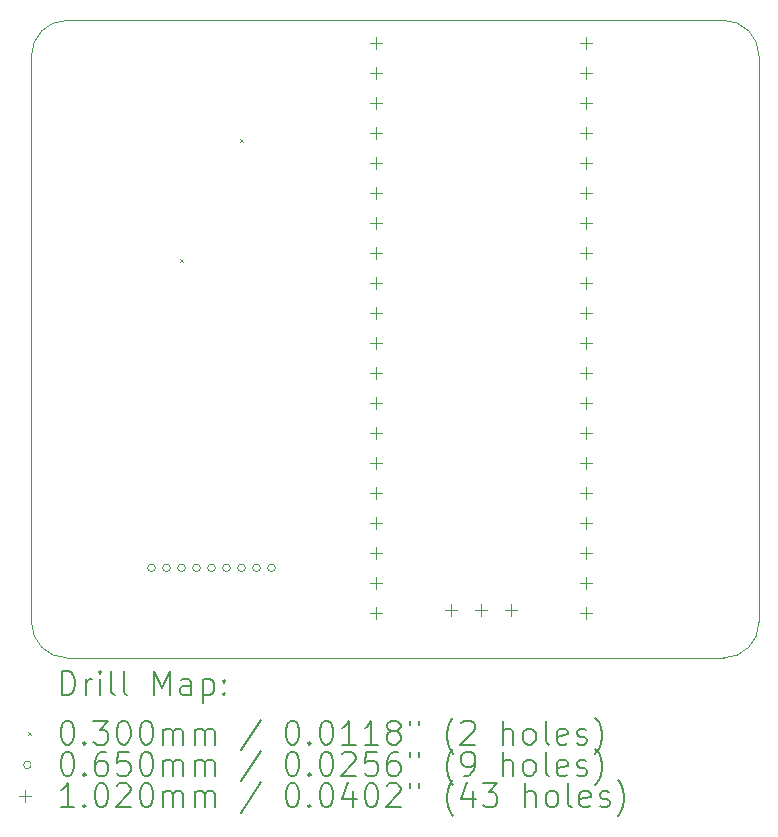
<source format=gbr>
%TF.GenerationSoftware,KiCad,Pcbnew,8.0.3-8.0.3-0~ubuntu22.04.1*%
%TF.CreationDate,2025-12-31T16:49:37+00:00*%
%TF.ProjectId,pixelpusher,70697865-6c70-4757-9368-65722e6b6963,rev?*%
%TF.SameCoordinates,Original*%
%TF.FileFunction,Drillmap*%
%TF.FilePolarity,Positive*%
%FSLAX45Y45*%
G04 Gerber Fmt 4.5, Leading zero omitted, Abs format (unit mm)*
G04 Created by KiCad (PCBNEW 8.0.3-8.0.3-0~ubuntu22.04.1) date 2025-12-31 16:49:37*
%MOMM*%
%LPD*%
G01*
G04 APERTURE LIST*
%ADD10C,0.050000*%
%ADD11C,0.200000*%
%ADD12C,0.100000*%
%ADD13C,0.102000*%
G04 APERTURE END LIST*
D10*
X13381000Y-8445500D02*
X18940500Y-8445500D01*
X18940500Y-8445500D02*
G75*
G02*
X19240500Y-8745500I0J-300000D01*
G01*
X13381000Y-13843000D02*
G75*
G02*
X13081000Y-13543000I0J300000D01*
G01*
X13081000Y-13543000D02*
X13081000Y-8745500D01*
X19240500Y-13543000D02*
G75*
G02*
X18940500Y-13843000I-300000J0D01*
G01*
X18940500Y-13843000D02*
X13381000Y-13843000D01*
X19240500Y-8745500D02*
X19240500Y-13543000D01*
X13081000Y-8745500D02*
G75*
G02*
X13381000Y-8445500I300000J0D01*
G01*
D11*
D12*
X14336000Y-10462500D02*
X14366000Y-10492500D01*
X14366000Y-10462500D02*
X14336000Y-10492500D01*
X14844000Y-9446500D02*
X14874000Y-9476500D01*
X14874000Y-9446500D02*
X14844000Y-9476500D01*
X14129500Y-13081000D02*
G75*
G02*
X14064500Y-13081000I-32500J0D01*
G01*
X14064500Y-13081000D02*
G75*
G02*
X14129500Y-13081000I32500J0D01*
G01*
X14256500Y-13081000D02*
G75*
G02*
X14191500Y-13081000I-32500J0D01*
G01*
X14191500Y-13081000D02*
G75*
G02*
X14256500Y-13081000I32500J0D01*
G01*
X14383500Y-13081000D02*
G75*
G02*
X14318500Y-13081000I-32500J0D01*
G01*
X14318500Y-13081000D02*
G75*
G02*
X14383500Y-13081000I32500J0D01*
G01*
X14510500Y-13081000D02*
G75*
G02*
X14445500Y-13081000I-32500J0D01*
G01*
X14445500Y-13081000D02*
G75*
G02*
X14510500Y-13081000I32500J0D01*
G01*
X14637500Y-13081000D02*
G75*
G02*
X14572500Y-13081000I-32500J0D01*
G01*
X14572500Y-13081000D02*
G75*
G02*
X14637500Y-13081000I32500J0D01*
G01*
X14764500Y-13081000D02*
G75*
G02*
X14699500Y-13081000I-32500J0D01*
G01*
X14699500Y-13081000D02*
G75*
G02*
X14764500Y-13081000I32500J0D01*
G01*
X14891500Y-13081000D02*
G75*
G02*
X14826500Y-13081000I-32500J0D01*
G01*
X14826500Y-13081000D02*
G75*
G02*
X14891500Y-13081000I32500J0D01*
G01*
X15018500Y-13081000D02*
G75*
G02*
X14953500Y-13081000I-32500J0D01*
G01*
X14953500Y-13081000D02*
G75*
G02*
X15018500Y-13081000I32500J0D01*
G01*
X15145500Y-13081000D02*
G75*
G02*
X15080500Y-13081000I-32500J0D01*
G01*
X15080500Y-13081000D02*
G75*
G02*
X15145500Y-13081000I32500J0D01*
G01*
D13*
X16002000Y-8585000D02*
X16002000Y-8687000D01*
X15951000Y-8636000D02*
X16053000Y-8636000D01*
X16002000Y-8839000D02*
X16002000Y-8941000D01*
X15951000Y-8890000D02*
X16053000Y-8890000D01*
X16002000Y-9093000D02*
X16002000Y-9195000D01*
X15951000Y-9144000D02*
X16053000Y-9144000D01*
X16002000Y-9347000D02*
X16002000Y-9449000D01*
X15951000Y-9398000D02*
X16053000Y-9398000D01*
X16002000Y-9601000D02*
X16002000Y-9703000D01*
X15951000Y-9652000D02*
X16053000Y-9652000D01*
X16002000Y-9855000D02*
X16002000Y-9957000D01*
X15951000Y-9906000D02*
X16053000Y-9906000D01*
X16002000Y-10109000D02*
X16002000Y-10211000D01*
X15951000Y-10160000D02*
X16053000Y-10160000D01*
X16002000Y-10363000D02*
X16002000Y-10465000D01*
X15951000Y-10414000D02*
X16053000Y-10414000D01*
X16002000Y-10617000D02*
X16002000Y-10719000D01*
X15951000Y-10668000D02*
X16053000Y-10668000D01*
X16002000Y-10871000D02*
X16002000Y-10973000D01*
X15951000Y-10922000D02*
X16053000Y-10922000D01*
X16002000Y-11125000D02*
X16002000Y-11227000D01*
X15951000Y-11176000D02*
X16053000Y-11176000D01*
X16002000Y-11379000D02*
X16002000Y-11481000D01*
X15951000Y-11430000D02*
X16053000Y-11430000D01*
X16002000Y-11633000D02*
X16002000Y-11735000D01*
X15951000Y-11684000D02*
X16053000Y-11684000D01*
X16002000Y-11887000D02*
X16002000Y-11989000D01*
X15951000Y-11938000D02*
X16053000Y-11938000D01*
X16002000Y-12141000D02*
X16002000Y-12243000D01*
X15951000Y-12192000D02*
X16053000Y-12192000D01*
X16002000Y-12395000D02*
X16002000Y-12497000D01*
X15951000Y-12446000D02*
X16053000Y-12446000D01*
X16002000Y-12649000D02*
X16002000Y-12751000D01*
X15951000Y-12700000D02*
X16053000Y-12700000D01*
X16002000Y-12903000D02*
X16002000Y-13005000D01*
X15951000Y-12954000D02*
X16053000Y-12954000D01*
X16002000Y-13157000D02*
X16002000Y-13259000D01*
X15951000Y-13208000D02*
X16053000Y-13208000D01*
X16002000Y-13411000D02*
X16002000Y-13513000D01*
X15951000Y-13462000D02*
X16053000Y-13462000D01*
X16637000Y-13388000D02*
X16637000Y-13490000D01*
X16586000Y-13439000D02*
X16688000Y-13439000D01*
X16891000Y-13388000D02*
X16891000Y-13490000D01*
X16840000Y-13439000D02*
X16942000Y-13439000D01*
X17145000Y-13388000D02*
X17145000Y-13490000D01*
X17094000Y-13439000D02*
X17196000Y-13439000D01*
X17780000Y-8585000D02*
X17780000Y-8687000D01*
X17729000Y-8636000D02*
X17831000Y-8636000D01*
X17780000Y-8839000D02*
X17780000Y-8941000D01*
X17729000Y-8890000D02*
X17831000Y-8890000D01*
X17780000Y-9093000D02*
X17780000Y-9195000D01*
X17729000Y-9144000D02*
X17831000Y-9144000D01*
X17780000Y-9347000D02*
X17780000Y-9449000D01*
X17729000Y-9398000D02*
X17831000Y-9398000D01*
X17780000Y-9601000D02*
X17780000Y-9703000D01*
X17729000Y-9652000D02*
X17831000Y-9652000D01*
X17780000Y-9855000D02*
X17780000Y-9957000D01*
X17729000Y-9906000D02*
X17831000Y-9906000D01*
X17780000Y-10109000D02*
X17780000Y-10211000D01*
X17729000Y-10160000D02*
X17831000Y-10160000D01*
X17780000Y-10363000D02*
X17780000Y-10465000D01*
X17729000Y-10414000D02*
X17831000Y-10414000D01*
X17780000Y-10617000D02*
X17780000Y-10719000D01*
X17729000Y-10668000D02*
X17831000Y-10668000D01*
X17780000Y-10871000D02*
X17780000Y-10973000D01*
X17729000Y-10922000D02*
X17831000Y-10922000D01*
X17780000Y-11125000D02*
X17780000Y-11227000D01*
X17729000Y-11176000D02*
X17831000Y-11176000D01*
X17780000Y-11379000D02*
X17780000Y-11481000D01*
X17729000Y-11430000D02*
X17831000Y-11430000D01*
X17780000Y-11633000D02*
X17780000Y-11735000D01*
X17729000Y-11684000D02*
X17831000Y-11684000D01*
X17780000Y-11887000D02*
X17780000Y-11989000D01*
X17729000Y-11938000D02*
X17831000Y-11938000D01*
X17780000Y-12141000D02*
X17780000Y-12243000D01*
X17729000Y-12192000D02*
X17831000Y-12192000D01*
X17780000Y-12395000D02*
X17780000Y-12497000D01*
X17729000Y-12446000D02*
X17831000Y-12446000D01*
X17780000Y-12649000D02*
X17780000Y-12751000D01*
X17729000Y-12700000D02*
X17831000Y-12700000D01*
X17780000Y-12903000D02*
X17780000Y-13005000D01*
X17729000Y-12954000D02*
X17831000Y-12954000D01*
X17780000Y-13157000D02*
X17780000Y-13259000D01*
X17729000Y-13208000D02*
X17831000Y-13208000D01*
X17780000Y-13411000D02*
X17780000Y-13513000D01*
X17729000Y-13462000D02*
X17831000Y-13462000D01*
D11*
X13339277Y-14156984D02*
X13339277Y-13956984D01*
X13339277Y-13956984D02*
X13386896Y-13956984D01*
X13386896Y-13956984D02*
X13415467Y-13966508D01*
X13415467Y-13966508D02*
X13434515Y-13985555D01*
X13434515Y-13985555D02*
X13444039Y-14004603D01*
X13444039Y-14004603D02*
X13453562Y-14042698D01*
X13453562Y-14042698D02*
X13453562Y-14071269D01*
X13453562Y-14071269D02*
X13444039Y-14109365D01*
X13444039Y-14109365D02*
X13434515Y-14128412D01*
X13434515Y-14128412D02*
X13415467Y-14147460D01*
X13415467Y-14147460D02*
X13386896Y-14156984D01*
X13386896Y-14156984D02*
X13339277Y-14156984D01*
X13539277Y-14156984D02*
X13539277Y-14023650D01*
X13539277Y-14061746D02*
X13548801Y-14042698D01*
X13548801Y-14042698D02*
X13558324Y-14033174D01*
X13558324Y-14033174D02*
X13577372Y-14023650D01*
X13577372Y-14023650D02*
X13596420Y-14023650D01*
X13663086Y-14156984D02*
X13663086Y-14023650D01*
X13663086Y-13956984D02*
X13653562Y-13966508D01*
X13653562Y-13966508D02*
X13663086Y-13976031D01*
X13663086Y-13976031D02*
X13672610Y-13966508D01*
X13672610Y-13966508D02*
X13663086Y-13956984D01*
X13663086Y-13956984D02*
X13663086Y-13976031D01*
X13786896Y-14156984D02*
X13767848Y-14147460D01*
X13767848Y-14147460D02*
X13758324Y-14128412D01*
X13758324Y-14128412D02*
X13758324Y-13956984D01*
X13891658Y-14156984D02*
X13872610Y-14147460D01*
X13872610Y-14147460D02*
X13863086Y-14128412D01*
X13863086Y-14128412D02*
X13863086Y-13956984D01*
X14120229Y-14156984D02*
X14120229Y-13956984D01*
X14120229Y-13956984D02*
X14186896Y-14099841D01*
X14186896Y-14099841D02*
X14253562Y-13956984D01*
X14253562Y-13956984D02*
X14253562Y-14156984D01*
X14434515Y-14156984D02*
X14434515Y-14052222D01*
X14434515Y-14052222D02*
X14424991Y-14033174D01*
X14424991Y-14033174D02*
X14405943Y-14023650D01*
X14405943Y-14023650D02*
X14367848Y-14023650D01*
X14367848Y-14023650D02*
X14348801Y-14033174D01*
X14434515Y-14147460D02*
X14415467Y-14156984D01*
X14415467Y-14156984D02*
X14367848Y-14156984D01*
X14367848Y-14156984D02*
X14348801Y-14147460D01*
X14348801Y-14147460D02*
X14339277Y-14128412D01*
X14339277Y-14128412D02*
X14339277Y-14109365D01*
X14339277Y-14109365D02*
X14348801Y-14090317D01*
X14348801Y-14090317D02*
X14367848Y-14080793D01*
X14367848Y-14080793D02*
X14415467Y-14080793D01*
X14415467Y-14080793D02*
X14434515Y-14071269D01*
X14529753Y-14023650D02*
X14529753Y-14223650D01*
X14529753Y-14033174D02*
X14548801Y-14023650D01*
X14548801Y-14023650D02*
X14586896Y-14023650D01*
X14586896Y-14023650D02*
X14605943Y-14033174D01*
X14605943Y-14033174D02*
X14615467Y-14042698D01*
X14615467Y-14042698D02*
X14624991Y-14061746D01*
X14624991Y-14061746D02*
X14624991Y-14118888D01*
X14624991Y-14118888D02*
X14615467Y-14137936D01*
X14615467Y-14137936D02*
X14605943Y-14147460D01*
X14605943Y-14147460D02*
X14586896Y-14156984D01*
X14586896Y-14156984D02*
X14548801Y-14156984D01*
X14548801Y-14156984D02*
X14529753Y-14147460D01*
X14710705Y-14137936D02*
X14720229Y-14147460D01*
X14720229Y-14147460D02*
X14710705Y-14156984D01*
X14710705Y-14156984D02*
X14701182Y-14147460D01*
X14701182Y-14147460D02*
X14710705Y-14137936D01*
X14710705Y-14137936D02*
X14710705Y-14156984D01*
X14710705Y-14033174D02*
X14720229Y-14042698D01*
X14720229Y-14042698D02*
X14710705Y-14052222D01*
X14710705Y-14052222D02*
X14701182Y-14042698D01*
X14701182Y-14042698D02*
X14710705Y-14033174D01*
X14710705Y-14033174D02*
X14710705Y-14052222D01*
D12*
X13048500Y-14470500D02*
X13078500Y-14500500D01*
X13078500Y-14470500D02*
X13048500Y-14500500D01*
D11*
X13377372Y-14376984D02*
X13396420Y-14376984D01*
X13396420Y-14376984D02*
X13415467Y-14386508D01*
X13415467Y-14386508D02*
X13424991Y-14396031D01*
X13424991Y-14396031D02*
X13434515Y-14415079D01*
X13434515Y-14415079D02*
X13444039Y-14453174D01*
X13444039Y-14453174D02*
X13444039Y-14500793D01*
X13444039Y-14500793D02*
X13434515Y-14538888D01*
X13434515Y-14538888D02*
X13424991Y-14557936D01*
X13424991Y-14557936D02*
X13415467Y-14567460D01*
X13415467Y-14567460D02*
X13396420Y-14576984D01*
X13396420Y-14576984D02*
X13377372Y-14576984D01*
X13377372Y-14576984D02*
X13358324Y-14567460D01*
X13358324Y-14567460D02*
X13348801Y-14557936D01*
X13348801Y-14557936D02*
X13339277Y-14538888D01*
X13339277Y-14538888D02*
X13329753Y-14500793D01*
X13329753Y-14500793D02*
X13329753Y-14453174D01*
X13329753Y-14453174D02*
X13339277Y-14415079D01*
X13339277Y-14415079D02*
X13348801Y-14396031D01*
X13348801Y-14396031D02*
X13358324Y-14386508D01*
X13358324Y-14386508D02*
X13377372Y-14376984D01*
X13529753Y-14557936D02*
X13539277Y-14567460D01*
X13539277Y-14567460D02*
X13529753Y-14576984D01*
X13529753Y-14576984D02*
X13520229Y-14567460D01*
X13520229Y-14567460D02*
X13529753Y-14557936D01*
X13529753Y-14557936D02*
X13529753Y-14576984D01*
X13605943Y-14376984D02*
X13729753Y-14376984D01*
X13729753Y-14376984D02*
X13663086Y-14453174D01*
X13663086Y-14453174D02*
X13691658Y-14453174D01*
X13691658Y-14453174D02*
X13710705Y-14462698D01*
X13710705Y-14462698D02*
X13720229Y-14472222D01*
X13720229Y-14472222D02*
X13729753Y-14491269D01*
X13729753Y-14491269D02*
X13729753Y-14538888D01*
X13729753Y-14538888D02*
X13720229Y-14557936D01*
X13720229Y-14557936D02*
X13710705Y-14567460D01*
X13710705Y-14567460D02*
X13691658Y-14576984D01*
X13691658Y-14576984D02*
X13634515Y-14576984D01*
X13634515Y-14576984D02*
X13615467Y-14567460D01*
X13615467Y-14567460D02*
X13605943Y-14557936D01*
X13853562Y-14376984D02*
X13872610Y-14376984D01*
X13872610Y-14376984D02*
X13891658Y-14386508D01*
X13891658Y-14386508D02*
X13901182Y-14396031D01*
X13901182Y-14396031D02*
X13910705Y-14415079D01*
X13910705Y-14415079D02*
X13920229Y-14453174D01*
X13920229Y-14453174D02*
X13920229Y-14500793D01*
X13920229Y-14500793D02*
X13910705Y-14538888D01*
X13910705Y-14538888D02*
X13901182Y-14557936D01*
X13901182Y-14557936D02*
X13891658Y-14567460D01*
X13891658Y-14567460D02*
X13872610Y-14576984D01*
X13872610Y-14576984D02*
X13853562Y-14576984D01*
X13853562Y-14576984D02*
X13834515Y-14567460D01*
X13834515Y-14567460D02*
X13824991Y-14557936D01*
X13824991Y-14557936D02*
X13815467Y-14538888D01*
X13815467Y-14538888D02*
X13805943Y-14500793D01*
X13805943Y-14500793D02*
X13805943Y-14453174D01*
X13805943Y-14453174D02*
X13815467Y-14415079D01*
X13815467Y-14415079D02*
X13824991Y-14396031D01*
X13824991Y-14396031D02*
X13834515Y-14386508D01*
X13834515Y-14386508D02*
X13853562Y-14376984D01*
X14044039Y-14376984D02*
X14063086Y-14376984D01*
X14063086Y-14376984D02*
X14082134Y-14386508D01*
X14082134Y-14386508D02*
X14091658Y-14396031D01*
X14091658Y-14396031D02*
X14101182Y-14415079D01*
X14101182Y-14415079D02*
X14110705Y-14453174D01*
X14110705Y-14453174D02*
X14110705Y-14500793D01*
X14110705Y-14500793D02*
X14101182Y-14538888D01*
X14101182Y-14538888D02*
X14091658Y-14557936D01*
X14091658Y-14557936D02*
X14082134Y-14567460D01*
X14082134Y-14567460D02*
X14063086Y-14576984D01*
X14063086Y-14576984D02*
X14044039Y-14576984D01*
X14044039Y-14576984D02*
X14024991Y-14567460D01*
X14024991Y-14567460D02*
X14015467Y-14557936D01*
X14015467Y-14557936D02*
X14005943Y-14538888D01*
X14005943Y-14538888D02*
X13996420Y-14500793D01*
X13996420Y-14500793D02*
X13996420Y-14453174D01*
X13996420Y-14453174D02*
X14005943Y-14415079D01*
X14005943Y-14415079D02*
X14015467Y-14396031D01*
X14015467Y-14396031D02*
X14024991Y-14386508D01*
X14024991Y-14386508D02*
X14044039Y-14376984D01*
X14196420Y-14576984D02*
X14196420Y-14443650D01*
X14196420Y-14462698D02*
X14205943Y-14453174D01*
X14205943Y-14453174D02*
X14224991Y-14443650D01*
X14224991Y-14443650D02*
X14253563Y-14443650D01*
X14253563Y-14443650D02*
X14272610Y-14453174D01*
X14272610Y-14453174D02*
X14282134Y-14472222D01*
X14282134Y-14472222D02*
X14282134Y-14576984D01*
X14282134Y-14472222D02*
X14291658Y-14453174D01*
X14291658Y-14453174D02*
X14310705Y-14443650D01*
X14310705Y-14443650D02*
X14339277Y-14443650D01*
X14339277Y-14443650D02*
X14358324Y-14453174D01*
X14358324Y-14453174D02*
X14367848Y-14472222D01*
X14367848Y-14472222D02*
X14367848Y-14576984D01*
X14463086Y-14576984D02*
X14463086Y-14443650D01*
X14463086Y-14462698D02*
X14472610Y-14453174D01*
X14472610Y-14453174D02*
X14491658Y-14443650D01*
X14491658Y-14443650D02*
X14520229Y-14443650D01*
X14520229Y-14443650D02*
X14539277Y-14453174D01*
X14539277Y-14453174D02*
X14548801Y-14472222D01*
X14548801Y-14472222D02*
X14548801Y-14576984D01*
X14548801Y-14472222D02*
X14558324Y-14453174D01*
X14558324Y-14453174D02*
X14577372Y-14443650D01*
X14577372Y-14443650D02*
X14605943Y-14443650D01*
X14605943Y-14443650D02*
X14624991Y-14453174D01*
X14624991Y-14453174D02*
X14634515Y-14472222D01*
X14634515Y-14472222D02*
X14634515Y-14576984D01*
X15024991Y-14367460D02*
X14853563Y-14624603D01*
X15282134Y-14376984D02*
X15301182Y-14376984D01*
X15301182Y-14376984D02*
X15320229Y-14386508D01*
X15320229Y-14386508D02*
X15329753Y-14396031D01*
X15329753Y-14396031D02*
X15339277Y-14415079D01*
X15339277Y-14415079D02*
X15348801Y-14453174D01*
X15348801Y-14453174D02*
X15348801Y-14500793D01*
X15348801Y-14500793D02*
X15339277Y-14538888D01*
X15339277Y-14538888D02*
X15329753Y-14557936D01*
X15329753Y-14557936D02*
X15320229Y-14567460D01*
X15320229Y-14567460D02*
X15301182Y-14576984D01*
X15301182Y-14576984D02*
X15282134Y-14576984D01*
X15282134Y-14576984D02*
X15263086Y-14567460D01*
X15263086Y-14567460D02*
X15253563Y-14557936D01*
X15253563Y-14557936D02*
X15244039Y-14538888D01*
X15244039Y-14538888D02*
X15234515Y-14500793D01*
X15234515Y-14500793D02*
X15234515Y-14453174D01*
X15234515Y-14453174D02*
X15244039Y-14415079D01*
X15244039Y-14415079D02*
X15253563Y-14396031D01*
X15253563Y-14396031D02*
X15263086Y-14386508D01*
X15263086Y-14386508D02*
X15282134Y-14376984D01*
X15434515Y-14557936D02*
X15444039Y-14567460D01*
X15444039Y-14567460D02*
X15434515Y-14576984D01*
X15434515Y-14576984D02*
X15424991Y-14567460D01*
X15424991Y-14567460D02*
X15434515Y-14557936D01*
X15434515Y-14557936D02*
X15434515Y-14576984D01*
X15567848Y-14376984D02*
X15586896Y-14376984D01*
X15586896Y-14376984D02*
X15605944Y-14386508D01*
X15605944Y-14386508D02*
X15615467Y-14396031D01*
X15615467Y-14396031D02*
X15624991Y-14415079D01*
X15624991Y-14415079D02*
X15634515Y-14453174D01*
X15634515Y-14453174D02*
X15634515Y-14500793D01*
X15634515Y-14500793D02*
X15624991Y-14538888D01*
X15624991Y-14538888D02*
X15615467Y-14557936D01*
X15615467Y-14557936D02*
X15605944Y-14567460D01*
X15605944Y-14567460D02*
X15586896Y-14576984D01*
X15586896Y-14576984D02*
X15567848Y-14576984D01*
X15567848Y-14576984D02*
X15548801Y-14567460D01*
X15548801Y-14567460D02*
X15539277Y-14557936D01*
X15539277Y-14557936D02*
X15529753Y-14538888D01*
X15529753Y-14538888D02*
X15520229Y-14500793D01*
X15520229Y-14500793D02*
X15520229Y-14453174D01*
X15520229Y-14453174D02*
X15529753Y-14415079D01*
X15529753Y-14415079D02*
X15539277Y-14396031D01*
X15539277Y-14396031D02*
X15548801Y-14386508D01*
X15548801Y-14386508D02*
X15567848Y-14376984D01*
X15824991Y-14576984D02*
X15710706Y-14576984D01*
X15767848Y-14576984D02*
X15767848Y-14376984D01*
X15767848Y-14376984D02*
X15748801Y-14405555D01*
X15748801Y-14405555D02*
X15729753Y-14424603D01*
X15729753Y-14424603D02*
X15710706Y-14434127D01*
X16015467Y-14576984D02*
X15901182Y-14576984D01*
X15958325Y-14576984D02*
X15958325Y-14376984D01*
X15958325Y-14376984D02*
X15939277Y-14405555D01*
X15939277Y-14405555D02*
X15920229Y-14424603D01*
X15920229Y-14424603D02*
X15901182Y-14434127D01*
X16129753Y-14462698D02*
X16110706Y-14453174D01*
X16110706Y-14453174D02*
X16101182Y-14443650D01*
X16101182Y-14443650D02*
X16091658Y-14424603D01*
X16091658Y-14424603D02*
X16091658Y-14415079D01*
X16091658Y-14415079D02*
X16101182Y-14396031D01*
X16101182Y-14396031D02*
X16110706Y-14386508D01*
X16110706Y-14386508D02*
X16129753Y-14376984D01*
X16129753Y-14376984D02*
X16167848Y-14376984D01*
X16167848Y-14376984D02*
X16186896Y-14386508D01*
X16186896Y-14386508D02*
X16196420Y-14396031D01*
X16196420Y-14396031D02*
X16205944Y-14415079D01*
X16205944Y-14415079D02*
X16205944Y-14424603D01*
X16205944Y-14424603D02*
X16196420Y-14443650D01*
X16196420Y-14443650D02*
X16186896Y-14453174D01*
X16186896Y-14453174D02*
X16167848Y-14462698D01*
X16167848Y-14462698D02*
X16129753Y-14462698D01*
X16129753Y-14462698D02*
X16110706Y-14472222D01*
X16110706Y-14472222D02*
X16101182Y-14481746D01*
X16101182Y-14481746D02*
X16091658Y-14500793D01*
X16091658Y-14500793D02*
X16091658Y-14538888D01*
X16091658Y-14538888D02*
X16101182Y-14557936D01*
X16101182Y-14557936D02*
X16110706Y-14567460D01*
X16110706Y-14567460D02*
X16129753Y-14576984D01*
X16129753Y-14576984D02*
X16167848Y-14576984D01*
X16167848Y-14576984D02*
X16186896Y-14567460D01*
X16186896Y-14567460D02*
X16196420Y-14557936D01*
X16196420Y-14557936D02*
X16205944Y-14538888D01*
X16205944Y-14538888D02*
X16205944Y-14500793D01*
X16205944Y-14500793D02*
X16196420Y-14481746D01*
X16196420Y-14481746D02*
X16186896Y-14472222D01*
X16186896Y-14472222D02*
X16167848Y-14462698D01*
X16282134Y-14376984D02*
X16282134Y-14415079D01*
X16358325Y-14376984D02*
X16358325Y-14415079D01*
X16653563Y-14653174D02*
X16644039Y-14643650D01*
X16644039Y-14643650D02*
X16624991Y-14615079D01*
X16624991Y-14615079D02*
X16615468Y-14596031D01*
X16615468Y-14596031D02*
X16605944Y-14567460D01*
X16605944Y-14567460D02*
X16596420Y-14519841D01*
X16596420Y-14519841D02*
X16596420Y-14481746D01*
X16596420Y-14481746D02*
X16605944Y-14434127D01*
X16605944Y-14434127D02*
X16615468Y-14405555D01*
X16615468Y-14405555D02*
X16624991Y-14386508D01*
X16624991Y-14386508D02*
X16644039Y-14357936D01*
X16644039Y-14357936D02*
X16653563Y-14348412D01*
X16720229Y-14396031D02*
X16729753Y-14386508D01*
X16729753Y-14386508D02*
X16748801Y-14376984D01*
X16748801Y-14376984D02*
X16796420Y-14376984D01*
X16796420Y-14376984D02*
X16815468Y-14386508D01*
X16815468Y-14386508D02*
X16824991Y-14396031D01*
X16824991Y-14396031D02*
X16834515Y-14415079D01*
X16834515Y-14415079D02*
X16834515Y-14434127D01*
X16834515Y-14434127D02*
X16824991Y-14462698D01*
X16824991Y-14462698D02*
X16710706Y-14576984D01*
X16710706Y-14576984D02*
X16834515Y-14576984D01*
X17072611Y-14576984D02*
X17072611Y-14376984D01*
X17158325Y-14576984D02*
X17158325Y-14472222D01*
X17158325Y-14472222D02*
X17148801Y-14453174D01*
X17148801Y-14453174D02*
X17129753Y-14443650D01*
X17129753Y-14443650D02*
X17101182Y-14443650D01*
X17101182Y-14443650D02*
X17082134Y-14453174D01*
X17082134Y-14453174D02*
X17072611Y-14462698D01*
X17282134Y-14576984D02*
X17263087Y-14567460D01*
X17263087Y-14567460D02*
X17253563Y-14557936D01*
X17253563Y-14557936D02*
X17244039Y-14538888D01*
X17244039Y-14538888D02*
X17244039Y-14481746D01*
X17244039Y-14481746D02*
X17253563Y-14462698D01*
X17253563Y-14462698D02*
X17263087Y-14453174D01*
X17263087Y-14453174D02*
X17282134Y-14443650D01*
X17282134Y-14443650D02*
X17310706Y-14443650D01*
X17310706Y-14443650D02*
X17329753Y-14453174D01*
X17329753Y-14453174D02*
X17339277Y-14462698D01*
X17339277Y-14462698D02*
X17348801Y-14481746D01*
X17348801Y-14481746D02*
X17348801Y-14538888D01*
X17348801Y-14538888D02*
X17339277Y-14557936D01*
X17339277Y-14557936D02*
X17329753Y-14567460D01*
X17329753Y-14567460D02*
X17310706Y-14576984D01*
X17310706Y-14576984D02*
X17282134Y-14576984D01*
X17463087Y-14576984D02*
X17444039Y-14567460D01*
X17444039Y-14567460D02*
X17434515Y-14548412D01*
X17434515Y-14548412D02*
X17434515Y-14376984D01*
X17615468Y-14567460D02*
X17596420Y-14576984D01*
X17596420Y-14576984D02*
X17558325Y-14576984D01*
X17558325Y-14576984D02*
X17539277Y-14567460D01*
X17539277Y-14567460D02*
X17529753Y-14548412D01*
X17529753Y-14548412D02*
X17529753Y-14472222D01*
X17529753Y-14472222D02*
X17539277Y-14453174D01*
X17539277Y-14453174D02*
X17558325Y-14443650D01*
X17558325Y-14443650D02*
X17596420Y-14443650D01*
X17596420Y-14443650D02*
X17615468Y-14453174D01*
X17615468Y-14453174D02*
X17624992Y-14472222D01*
X17624992Y-14472222D02*
X17624992Y-14491269D01*
X17624992Y-14491269D02*
X17529753Y-14510317D01*
X17701182Y-14567460D02*
X17720230Y-14576984D01*
X17720230Y-14576984D02*
X17758325Y-14576984D01*
X17758325Y-14576984D02*
X17777373Y-14567460D01*
X17777373Y-14567460D02*
X17786896Y-14548412D01*
X17786896Y-14548412D02*
X17786896Y-14538888D01*
X17786896Y-14538888D02*
X17777373Y-14519841D01*
X17777373Y-14519841D02*
X17758325Y-14510317D01*
X17758325Y-14510317D02*
X17729753Y-14510317D01*
X17729753Y-14510317D02*
X17710706Y-14500793D01*
X17710706Y-14500793D02*
X17701182Y-14481746D01*
X17701182Y-14481746D02*
X17701182Y-14472222D01*
X17701182Y-14472222D02*
X17710706Y-14453174D01*
X17710706Y-14453174D02*
X17729753Y-14443650D01*
X17729753Y-14443650D02*
X17758325Y-14443650D01*
X17758325Y-14443650D02*
X17777373Y-14453174D01*
X17853563Y-14653174D02*
X17863087Y-14643650D01*
X17863087Y-14643650D02*
X17882134Y-14615079D01*
X17882134Y-14615079D02*
X17891658Y-14596031D01*
X17891658Y-14596031D02*
X17901182Y-14567460D01*
X17901182Y-14567460D02*
X17910706Y-14519841D01*
X17910706Y-14519841D02*
X17910706Y-14481746D01*
X17910706Y-14481746D02*
X17901182Y-14434127D01*
X17901182Y-14434127D02*
X17891658Y-14405555D01*
X17891658Y-14405555D02*
X17882134Y-14386508D01*
X17882134Y-14386508D02*
X17863087Y-14357936D01*
X17863087Y-14357936D02*
X17853563Y-14348412D01*
D12*
X13078500Y-14749500D02*
G75*
G02*
X13013500Y-14749500I-32500J0D01*
G01*
X13013500Y-14749500D02*
G75*
G02*
X13078500Y-14749500I32500J0D01*
G01*
D11*
X13377372Y-14640984D02*
X13396420Y-14640984D01*
X13396420Y-14640984D02*
X13415467Y-14650508D01*
X13415467Y-14650508D02*
X13424991Y-14660031D01*
X13424991Y-14660031D02*
X13434515Y-14679079D01*
X13434515Y-14679079D02*
X13444039Y-14717174D01*
X13444039Y-14717174D02*
X13444039Y-14764793D01*
X13444039Y-14764793D02*
X13434515Y-14802888D01*
X13434515Y-14802888D02*
X13424991Y-14821936D01*
X13424991Y-14821936D02*
X13415467Y-14831460D01*
X13415467Y-14831460D02*
X13396420Y-14840984D01*
X13396420Y-14840984D02*
X13377372Y-14840984D01*
X13377372Y-14840984D02*
X13358324Y-14831460D01*
X13358324Y-14831460D02*
X13348801Y-14821936D01*
X13348801Y-14821936D02*
X13339277Y-14802888D01*
X13339277Y-14802888D02*
X13329753Y-14764793D01*
X13329753Y-14764793D02*
X13329753Y-14717174D01*
X13329753Y-14717174D02*
X13339277Y-14679079D01*
X13339277Y-14679079D02*
X13348801Y-14660031D01*
X13348801Y-14660031D02*
X13358324Y-14650508D01*
X13358324Y-14650508D02*
X13377372Y-14640984D01*
X13529753Y-14821936D02*
X13539277Y-14831460D01*
X13539277Y-14831460D02*
X13529753Y-14840984D01*
X13529753Y-14840984D02*
X13520229Y-14831460D01*
X13520229Y-14831460D02*
X13529753Y-14821936D01*
X13529753Y-14821936D02*
X13529753Y-14840984D01*
X13710705Y-14640984D02*
X13672610Y-14640984D01*
X13672610Y-14640984D02*
X13653562Y-14650508D01*
X13653562Y-14650508D02*
X13644039Y-14660031D01*
X13644039Y-14660031D02*
X13624991Y-14688603D01*
X13624991Y-14688603D02*
X13615467Y-14726698D01*
X13615467Y-14726698D02*
X13615467Y-14802888D01*
X13615467Y-14802888D02*
X13624991Y-14821936D01*
X13624991Y-14821936D02*
X13634515Y-14831460D01*
X13634515Y-14831460D02*
X13653562Y-14840984D01*
X13653562Y-14840984D02*
X13691658Y-14840984D01*
X13691658Y-14840984D02*
X13710705Y-14831460D01*
X13710705Y-14831460D02*
X13720229Y-14821936D01*
X13720229Y-14821936D02*
X13729753Y-14802888D01*
X13729753Y-14802888D02*
X13729753Y-14755269D01*
X13729753Y-14755269D02*
X13720229Y-14736222D01*
X13720229Y-14736222D02*
X13710705Y-14726698D01*
X13710705Y-14726698D02*
X13691658Y-14717174D01*
X13691658Y-14717174D02*
X13653562Y-14717174D01*
X13653562Y-14717174D02*
X13634515Y-14726698D01*
X13634515Y-14726698D02*
X13624991Y-14736222D01*
X13624991Y-14736222D02*
X13615467Y-14755269D01*
X13910705Y-14640984D02*
X13815467Y-14640984D01*
X13815467Y-14640984D02*
X13805943Y-14736222D01*
X13805943Y-14736222D02*
X13815467Y-14726698D01*
X13815467Y-14726698D02*
X13834515Y-14717174D01*
X13834515Y-14717174D02*
X13882134Y-14717174D01*
X13882134Y-14717174D02*
X13901182Y-14726698D01*
X13901182Y-14726698D02*
X13910705Y-14736222D01*
X13910705Y-14736222D02*
X13920229Y-14755269D01*
X13920229Y-14755269D02*
X13920229Y-14802888D01*
X13920229Y-14802888D02*
X13910705Y-14821936D01*
X13910705Y-14821936D02*
X13901182Y-14831460D01*
X13901182Y-14831460D02*
X13882134Y-14840984D01*
X13882134Y-14840984D02*
X13834515Y-14840984D01*
X13834515Y-14840984D02*
X13815467Y-14831460D01*
X13815467Y-14831460D02*
X13805943Y-14821936D01*
X14044039Y-14640984D02*
X14063086Y-14640984D01*
X14063086Y-14640984D02*
X14082134Y-14650508D01*
X14082134Y-14650508D02*
X14091658Y-14660031D01*
X14091658Y-14660031D02*
X14101182Y-14679079D01*
X14101182Y-14679079D02*
X14110705Y-14717174D01*
X14110705Y-14717174D02*
X14110705Y-14764793D01*
X14110705Y-14764793D02*
X14101182Y-14802888D01*
X14101182Y-14802888D02*
X14091658Y-14821936D01*
X14091658Y-14821936D02*
X14082134Y-14831460D01*
X14082134Y-14831460D02*
X14063086Y-14840984D01*
X14063086Y-14840984D02*
X14044039Y-14840984D01*
X14044039Y-14840984D02*
X14024991Y-14831460D01*
X14024991Y-14831460D02*
X14015467Y-14821936D01*
X14015467Y-14821936D02*
X14005943Y-14802888D01*
X14005943Y-14802888D02*
X13996420Y-14764793D01*
X13996420Y-14764793D02*
X13996420Y-14717174D01*
X13996420Y-14717174D02*
X14005943Y-14679079D01*
X14005943Y-14679079D02*
X14015467Y-14660031D01*
X14015467Y-14660031D02*
X14024991Y-14650508D01*
X14024991Y-14650508D02*
X14044039Y-14640984D01*
X14196420Y-14840984D02*
X14196420Y-14707650D01*
X14196420Y-14726698D02*
X14205943Y-14717174D01*
X14205943Y-14717174D02*
X14224991Y-14707650D01*
X14224991Y-14707650D02*
X14253563Y-14707650D01*
X14253563Y-14707650D02*
X14272610Y-14717174D01*
X14272610Y-14717174D02*
X14282134Y-14736222D01*
X14282134Y-14736222D02*
X14282134Y-14840984D01*
X14282134Y-14736222D02*
X14291658Y-14717174D01*
X14291658Y-14717174D02*
X14310705Y-14707650D01*
X14310705Y-14707650D02*
X14339277Y-14707650D01*
X14339277Y-14707650D02*
X14358324Y-14717174D01*
X14358324Y-14717174D02*
X14367848Y-14736222D01*
X14367848Y-14736222D02*
X14367848Y-14840984D01*
X14463086Y-14840984D02*
X14463086Y-14707650D01*
X14463086Y-14726698D02*
X14472610Y-14717174D01*
X14472610Y-14717174D02*
X14491658Y-14707650D01*
X14491658Y-14707650D02*
X14520229Y-14707650D01*
X14520229Y-14707650D02*
X14539277Y-14717174D01*
X14539277Y-14717174D02*
X14548801Y-14736222D01*
X14548801Y-14736222D02*
X14548801Y-14840984D01*
X14548801Y-14736222D02*
X14558324Y-14717174D01*
X14558324Y-14717174D02*
X14577372Y-14707650D01*
X14577372Y-14707650D02*
X14605943Y-14707650D01*
X14605943Y-14707650D02*
X14624991Y-14717174D01*
X14624991Y-14717174D02*
X14634515Y-14736222D01*
X14634515Y-14736222D02*
X14634515Y-14840984D01*
X15024991Y-14631460D02*
X14853563Y-14888603D01*
X15282134Y-14640984D02*
X15301182Y-14640984D01*
X15301182Y-14640984D02*
X15320229Y-14650508D01*
X15320229Y-14650508D02*
X15329753Y-14660031D01*
X15329753Y-14660031D02*
X15339277Y-14679079D01*
X15339277Y-14679079D02*
X15348801Y-14717174D01*
X15348801Y-14717174D02*
X15348801Y-14764793D01*
X15348801Y-14764793D02*
X15339277Y-14802888D01*
X15339277Y-14802888D02*
X15329753Y-14821936D01*
X15329753Y-14821936D02*
X15320229Y-14831460D01*
X15320229Y-14831460D02*
X15301182Y-14840984D01*
X15301182Y-14840984D02*
X15282134Y-14840984D01*
X15282134Y-14840984D02*
X15263086Y-14831460D01*
X15263086Y-14831460D02*
X15253563Y-14821936D01*
X15253563Y-14821936D02*
X15244039Y-14802888D01*
X15244039Y-14802888D02*
X15234515Y-14764793D01*
X15234515Y-14764793D02*
X15234515Y-14717174D01*
X15234515Y-14717174D02*
X15244039Y-14679079D01*
X15244039Y-14679079D02*
X15253563Y-14660031D01*
X15253563Y-14660031D02*
X15263086Y-14650508D01*
X15263086Y-14650508D02*
X15282134Y-14640984D01*
X15434515Y-14821936D02*
X15444039Y-14831460D01*
X15444039Y-14831460D02*
X15434515Y-14840984D01*
X15434515Y-14840984D02*
X15424991Y-14831460D01*
X15424991Y-14831460D02*
X15434515Y-14821936D01*
X15434515Y-14821936D02*
X15434515Y-14840984D01*
X15567848Y-14640984D02*
X15586896Y-14640984D01*
X15586896Y-14640984D02*
X15605944Y-14650508D01*
X15605944Y-14650508D02*
X15615467Y-14660031D01*
X15615467Y-14660031D02*
X15624991Y-14679079D01*
X15624991Y-14679079D02*
X15634515Y-14717174D01*
X15634515Y-14717174D02*
X15634515Y-14764793D01*
X15634515Y-14764793D02*
X15624991Y-14802888D01*
X15624991Y-14802888D02*
X15615467Y-14821936D01*
X15615467Y-14821936D02*
X15605944Y-14831460D01*
X15605944Y-14831460D02*
X15586896Y-14840984D01*
X15586896Y-14840984D02*
X15567848Y-14840984D01*
X15567848Y-14840984D02*
X15548801Y-14831460D01*
X15548801Y-14831460D02*
X15539277Y-14821936D01*
X15539277Y-14821936D02*
X15529753Y-14802888D01*
X15529753Y-14802888D02*
X15520229Y-14764793D01*
X15520229Y-14764793D02*
X15520229Y-14717174D01*
X15520229Y-14717174D02*
X15529753Y-14679079D01*
X15529753Y-14679079D02*
X15539277Y-14660031D01*
X15539277Y-14660031D02*
X15548801Y-14650508D01*
X15548801Y-14650508D02*
X15567848Y-14640984D01*
X15710706Y-14660031D02*
X15720229Y-14650508D01*
X15720229Y-14650508D02*
X15739277Y-14640984D01*
X15739277Y-14640984D02*
X15786896Y-14640984D01*
X15786896Y-14640984D02*
X15805944Y-14650508D01*
X15805944Y-14650508D02*
X15815467Y-14660031D01*
X15815467Y-14660031D02*
X15824991Y-14679079D01*
X15824991Y-14679079D02*
X15824991Y-14698127D01*
X15824991Y-14698127D02*
X15815467Y-14726698D01*
X15815467Y-14726698D02*
X15701182Y-14840984D01*
X15701182Y-14840984D02*
X15824991Y-14840984D01*
X16005944Y-14640984D02*
X15910706Y-14640984D01*
X15910706Y-14640984D02*
X15901182Y-14736222D01*
X15901182Y-14736222D02*
X15910706Y-14726698D01*
X15910706Y-14726698D02*
X15929753Y-14717174D01*
X15929753Y-14717174D02*
X15977372Y-14717174D01*
X15977372Y-14717174D02*
X15996420Y-14726698D01*
X15996420Y-14726698D02*
X16005944Y-14736222D01*
X16005944Y-14736222D02*
X16015467Y-14755269D01*
X16015467Y-14755269D02*
X16015467Y-14802888D01*
X16015467Y-14802888D02*
X16005944Y-14821936D01*
X16005944Y-14821936D02*
X15996420Y-14831460D01*
X15996420Y-14831460D02*
X15977372Y-14840984D01*
X15977372Y-14840984D02*
X15929753Y-14840984D01*
X15929753Y-14840984D02*
X15910706Y-14831460D01*
X15910706Y-14831460D02*
X15901182Y-14821936D01*
X16186896Y-14640984D02*
X16148801Y-14640984D01*
X16148801Y-14640984D02*
X16129753Y-14650508D01*
X16129753Y-14650508D02*
X16120229Y-14660031D01*
X16120229Y-14660031D02*
X16101182Y-14688603D01*
X16101182Y-14688603D02*
X16091658Y-14726698D01*
X16091658Y-14726698D02*
X16091658Y-14802888D01*
X16091658Y-14802888D02*
X16101182Y-14821936D01*
X16101182Y-14821936D02*
X16110706Y-14831460D01*
X16110706Y-14831460D02*
X16129753Y-14840984D01*
X16129753Y-14840984D02*
X16167848Y-14840984D01*
X16167848Y-14840984D02*
X16186896Y-14831460D01*
X16186896Y-14831460D02*
X16196420Y-14821936D01*
X16196420Y-14821936D02*
X16205944Y-14802888D01*
X16205944Y-14802888D02*
X16205944Y-14755269D01*
X16205944Y-14755269D02*
X16196420Y-14736222D01*
X16196420Y-14736222D02*
X16186896Y-14726698D01*
X16186896Y-14726698D02*
X16167848Y-14717174D01*
X16167848Y-14717174D02*
X16129753Y-14717174D01*
X16129753Y-14717174D02*
X16110706Y-14726698D01*
X16110706Y-14726698D02*
X16101182Y-14736222D01*
X16101182Y-14736222D02*
X16091658Y-14755269D01*
X16282134Y-14640984D02*
X16282134Y-14679079D01*
X16358325Y-14640984D02*
X16358325Y-14679079D01*
X16653563Y-14917174D02*
X16644039Y-14907650D01*
X16644039Y-14907650D02*
X16624991Y-14879079D01*
X16624991Y-14879079D02*
X16615468Y-14860031D01*
X16615468Y-14860031D02*
X16605944Y-14831460D01*
X16605944Y-14831460D02*
X16596420Y-14783841D01*
X16596420Y-14783841D02*
X16596420Y-14745746D01*
X16596420Y-14745746D02*
X16605944Y-14698127D01*
X16605944Y-14698127D02*
X16615468Y-14669555D01*
X16615468Y-14669555D02*
X16624991Y-14650508D01*
X16624991Y-14650508D02*
X16644039Y-14621936D01*
X16644039Y-14621936D02*
X16653563Y-14612412D01*
X16739277Y-14840984D02*
X16777372Y-14840984D01*
X16777372Y-14840984D02*
X16796420Y-14831460D01*
X16796420Y-14831460D02*
X16805944Y-14821936D01*
X16805944Y-14821936D02*
X16824991Y-14793365D01*
X16824991Y-14793365D02*
X16834515Y-14755269D01*
X16834515Y-14755269D02*
X16834515Y-14679079D01*
X16834515Y-14679079D02*
X16824991Y-14660031D01*
X16824991Y-14660031D02*
X16815468Y-14650508D01*
X16815468Y-14650508D02*
X16796420Y-14640984D01*
X16796420Y-14640984D02*
X16758325Y-14640984D01*
X16758325Y-14640984D02*
X16739277Y-14650508D01*
X16739277Y-14650508D02*
X16729753Y-14660031D01*
X16729753Y-14660031D02*
X16720229Y-14679079D01*
X16720229Y-14679079D02*
X16720229Y-14726698D01*
X16720229Y-14726698D02*
X16729753Y-14745746D01*
X16729753Y-14745746D02*
X16739277Y-14755269D01*
X16739277Y-14755269D02*
X16758325Y-14764793D01*
X16758325Y-14764793D02*
X16796420Y-14764793D01*
X16796420Y-14764793D02*
X16815468Y-14755269D01*
X16815468Y-14755269D02*
X16824991Y-14745746D01*
X16824991Y-14745746D02*
X16834515Y-14726698D01*
X17072611Y-14840984D02*
X17072611Y-14640984D01*
X17158325Y-14840984D02*
X17158325Y-14736222D01*
X17158325Y-14736222D02*
X17148801Y-14717174D01*
X17148801Y-14717174D02*
X17129753Y-14707650D01*
X17129753Y-14707650D02*
X17101182Y-14707650D01*
X17101182Y-14707650D02*
X17082134Y-14717174D01*
X17082134Y-14717174D02*
X17072611Y-14726698D01*
X17282134Y-14840984D02*
X17263087Y-14831460D01*
X17263087Y-14831460D02*
X17253563Y-14821936D01*
X17253563Y-14821936D02*
X17244039Y-14802888D01*
X17244039Y-14802888D02*
X17244039Y-14745746D01*
X17244039Y-14745746D02*
X17253563Y-14726698D01*
X17253563Y-14726698D02*
X17263087Y-14717174D01*
X17263087Y-14717174D02*
X17282134Y-14707650D01*
X17282134Y-14707650D02*
X17310706Y-14707650D01*
X17310706Y-14707650D02*
X17329753Y-14717174D01*
X17329753Y-14717174D02*
X17339277Y-14726698D01*
X17339277Y-14726698D02*
X17348801Y-14745746D01*
X17348801Y-14745746D02*
X17348801Y-14802888D01*
X17348801Y-14802888D02*
X17339277Y-14821936D01*
X17339277Y-14821936D02*
X17329753Y-14831460D01*
X17329753Y-14831460D02*
X17310706Y-14840984D01*
X17310706Y-14840984D02*
X17282134Y-14840984D01*
X17463087Y-14840984D02*
X17444039Y-14831460D01*
X17444039Y-14831460D02*
X17434515Y-14812412D01*
X17434515Y-14812412D02*
X17434515Y-14640984D01*
X17615468Y-14831460D02*
X17596420Y-14840984D01*
X17596420Y-14840984D02*
X17558325Y-14840984D01*
X17558325Y-14840984D02*
X17539277Y-14831460D01*
X17539277Y-14831460D02*
X17529753Y-14812412D01*
X17529753Y-14812412D02*
X17529753Y-14736222D01*
X17529753Y-14736222D02*
X17539277Y-14717174D01*
X17539277Y-14717174D02*
X17558325Y-14707650D01*
X17558325Y-14707650D02*
X17596420Y-14707650D01*
X17596420Y-14707650D02*
X17615468Y-14717174D01*
X17615468Y-14717174D02*
X17624992Y-14736222D01*
X17624992Y-14736222D02*
X17624992Y-14755269D01*
X17624992Y-14755269D02*
X17529753Y-14774317D01*
X17701182Y-14831460D02*
X17720230Y-14840984D01*
X17720230Y-14840984D02*
X17758325Y-14840984D01*
X17758325Y-14840984D02*
X17777373Y-14831460D01*
X17777373Y-14831460D02*
X17786896Y-14812412D01*
X17786896Y-14812412D02*
X17786896Y-14802888D01*
X17786896Y-14802888D02*
X17777373Y-14783841D01*
X17777373Y-14783841D02*
X17758325Y-14774317D01*
X17758325Y-14774317D02*
X17729753Y-14774317D01*
X17729753Y-14774317D02*
X17710706Y-14764793D01*
X17710706Y-14764793D02*
X17701182Y-14745746D01*
X17701182Y-14745746D02*
X17701182Y-14736222D01*
X17701182Y-14736222D02*
X17710706Y-14717174D01*
X17710706Y-14717174D02*
X17729753Y-14707650D01*
X17729753Y-14707650D02*
X17758325Y-14707650D01*
X17758325Y-14707650D02*
X17777373Y-14717174D01*
X17853563Y-14917174D02*
X17863087Y-14907650D01*
X17863087Y-14907650D02*
X17882134Y-14879079D01*
X17882134Y-14879079D02*
X17891658Y-14860031D01*
X17891658Y-14860031D02*
X17901182Y-14831460D01*
X17901182Y-14831460D02*
X17910706Y-14783841D01*
X17910706Y-14783841D02*
X17910706Y-14745746D01*
X17910706Y-14745746D02*
X17901182Y-14698127D01*
X17901182Y-14698127D02*
X17891658Y-14669555D01*
X17891658Y-14669555D02*
X17882134Y-14650508D01*
X17882134Y-14650508D02*
X17863087Y-14621936D01*
X17863087Y-14621936D02*
X17853563Y-14612412D01*
D13*
X13027500Y-14962500D02*
X13027500Y-15064500D01*
X12976500Y-15013500D02*
X13078500Y-15013500D01*
D11*
X13444039Y-15104984D02*
X13329753Y-15104984D01*
X13386896Y-15104984D02*
X13386896Y-14904984D01*
X13386896Y-14904984D02*
X13367848Y-14933555D01*
X13367848Y-14933555D02*
X13348801Y-14952603D01*
X13348801Y-14952603D02*
X13329753Y-14962127D01*
X13529753Y-15085936D02*
X13539277Y-15095460D01*
X13539277Y-15095460D02*
X13529753Y-15104984D01*
X13529753Y-15104984D02*
X13520229Y-15095460D01*
X13520229Y-15095460D02*
X13529753Y-15085936D01*
X13529753Y-15085936D02*
X13529753Y-15104984D01*
X13663086Y-14904984D02*
X13682134Y-14904984D01*
X13682134Y-14904984D02*
X13701182Y-14914508D01*
X13701182Y-14914508D02*
X13710705Y-14924031D01*
X13710705Y-14924031D02*
X13720229Y-14943079D01*
X13720229Y-14943079D02*
X13729753Y-14981174D01*
X13729753Y-14981174D02*
X13729753Y-15028793D01*
X13729753Y-15028793D02*
X13720229Y-15066888D01*
X13720229Y-15066888D02*
X13710705Y-15085936D01*
X13710705Y-15085936D02*
X13701182Y-15095460D01*
X13701182Y-15095460D02*
X13682134Y-15104984D01*
X13682134Y-15104984D02*
X13663086Y-15104984D01*
X13663086Y-15104984D02*
X13644039Y-15095460D01*
X13644039Y-15095460D02*
X13634515Y-15085936D01*
X13634515Y-15085936D02*
X13624991Y-15066888D01*
X13624991Y-15066888D02*
X13615467Y-15028793D01*
X13615467Y-15028793D02*
X13615467Y-14981174D01*
X13615467Y-14981174D02*
X13624991Y-14943079D01*
X13624991Y-14943079D02*
X13634515Y-14924031D01*
X13634515Y-14924031D02*
X13644039Y-14914508D01*
X13644039Y-14914508D02*
X13663086Y-14904984D01*
X13805943Y-14924031D02*
X13815467Y-14914508D01*
X13815467Y-14914508D02*
X13834515Y-14904984D01*
X13834515Y-14904984D02*
X13882134Y-14904984D01*
X13882134Y-14904984D02*
X13901182Y-14914508D01*
X13901182Y-14914508D02*
X13910705Y-14924031D01*
X13910705Y-14924031D02*
X13920229Y-14943079D01*
X13920229Y-14943079D02*
X13920229Y-14962127D01*
X13920229Y-14962127D02*
X13910705Y-14990698D01*
X13910705Y-14990698D02*
X13796420Y-15104984D01*
X13796420Y-15104984D02*
X13920229Y-15104984D01*
X14044039Y-14904984D02*
X14063086Y-14904984D01*
X14063086Y-14904984D02*
X14082134Y-14914508D01*
X14082134Y-14914508D02*
X14091658Y-14924031D01*
X14091658Y-14924031D02*
X14101182Y-14943079D01*
X14101182Y-14943079D02*
X14110705Y-14981174D01*
X14110705Y-14981174D02*
X14110705Y-15028793D01*
X14110705Y-15028793D02*
X14101182Y-15066888D01*
X14101182Y-15066888D02*
X14091658Y-15085936D01*
X14091658Y-15085936D02*
X14082134Y-15095460D01*
X14082134Y-15095460D02*
X14063086Y-15104984D01*
X14063086Y-15104984D02*
X14044039Y-15104984D01*
X14044039Y-15104984D02*
X14024991Y-15095460D01*
X14024991Y-15095460D02*
X14015467Y-15085936D01*
X14015467Y-15085936D02*
X14005943Y-15066888D01*
X14005943Y-15066888D02*
X13996420Y-15028793D01*
X13996420Y-15028793D02*
X13996420Y-14981174D01*
X13996420Y-14981174D02*
X14005943Y-14943079D01*
X14005943Y-14943079D02*
X14015467Y-14924031D01*
X14015467Y-14924031D02*
X14024991Y-14914508D01*
X14024991Y-14914508D02*
X14044039Y-14904984D01*
X14196420Y-15104984D02*
X14196420Y-14971650D01*
X14196420Y-14990698D02*
X14205943Y-14981174D01*
X14205943Y-14981174D02*
X14224991Y-14971650D01*
X14224991Y-14971650D02*
X14253563Y-14971650D01*
X14253563Y-14971650D02*
X14272610Y-14981174D01*
X14272610Y-14981174D02*
X14282134Y-15000222D01*
X14282134Y-15000222D02*
X14282134Y-15104984D01*
X14282134Y-15000222D02*
X14291658Y-14981174D01*
X14291658Y-14981174D02*
X14310705Y-14971650D01*
X14310705Y-14971650D02*
X14339277Y-14971650D01*
X14339277Y-14971650D02*
X14358324Y-14981174D01*
X14358324Y-14981174D02*
X14367848Y-15000222D01*
X14367848Y-15000222D02*
X14367848Y-15104984D01*
X14463086Y-15104984D02*
X14463086Y-14971650D01*
X14463086Y-14990698D02*
X14472610Y-14981174D01*
X14472610Y-14981174D02*
X14491658Y-14971650D01*
X14491658Y-14971650D02*
X14520229Y-14971650D01*
X14520229Y-14971650D02*
X14539277Y-14981174D01*
X14539277Y-14981174D02*
X14548801Y-15000222D01*
X14548801Y-15000222D02*
X14548801Y-15104984D01*
X14548801Y-15000222D02*
X14558324Y-14981174D01*
X14558324Y-14981174D02*
X14577372Y-14971650D01*
X14577372Y-14971650D02*
X14605943Y-14971650D01*
X14605943Y-14971650D02*
X14624991Y-14981174D01*
X14624991Y-14981174D02*
X14634515Y-15000222D01*
X14634515Y-15000222D02*
X14634515Y-15104984D01*
X15024991Y-14895460D02*
X14853563Y-15152603D01*
X15282134Y-14904984D02*
X15301182Y-14904984D01*
X15301182Y-14904984D02*
X15320229Y-14914508D01*
X15320229Y-14914508D02*
X15329753Y-14924031D01*
X15329753Y-14924031D02*
X15339277Y-14943079D01*
X15339277Y-14943079D02*
X15348801Y-14981174D01*
X15348801Y-14981174D02*
X15348801Y-15028793D01*
X15348801Y-15028793D02*
X15339277Y-15066888D01*
X15339277Y-15066888D02*
X15329753Y-15085936D01*
X15329753Y-15085936D02*
X15320229Y-15095460D01*
X15320229Y-15095460D02*
X15301182Y-15104984D01*
X15301182Y-15104984D02*
X15282134Y-15104984D01*
X15282134Y-15104984D02*
X15263086Y-15095460D01*
X15263086Y-15095460D02*
X15253563Y-15085936D01*
X15253563Y-15085936D02*
X15244039Y-15066888D01*
X15244039Y-15066888D02*
X15234515Y-15028793D01*
X15234515Y-15028793D02*
X15234515Y-14981174D01*
X15234515Y-14981174D02*
X15244039Y-14943079D01*
X15244039Y-14943079D02*
X15253563Y-14924031D01*
X15253563Y-14924031D02*
X15263086Y-14914508D01*
X15263086Y-14914508D02*
X15282134Y-14904984D01*
X15434515Y-15085936D02*
X15444039Y-15095460D01*
X15444039Y-15095460D02*
X15434515Y-15104984D01*
X15434515Y-15104984D02*
X15424991Y-15095460D01*
X15424991Y-15095460D02*
X15434515Y-15085936D01*
X15434515Y-15085936D02*
X15434515Y-15104984D01*
X15567848Y-14904984D02*
X15586896Y-14904984D01*
X15586896Y-14904984D02*
X15605944Y-14914508D01*
X15605944Y-14914508D02*
X15615467Y-14924031D01*
X15615467Y-14924031D02*
X15624991Y-14943079D01*
X15624991Y-14943079D02*
X15634515Y-14981174D01*
X15634515Y-14981174D02*
X15634515Y-15028793D01*
X15634515Y-15028793D02*
X15624991Y-15066888D01*
X15624991Y-15066888D02*
X15615467Y-15085936D01*
X15615467Y-15085936D02*
X15605944Y-15095460D01*
X15605944Y-15095460D02*
X15586896Y-15104984D01*
X15586896Y-15104984D02*
X15567848Y-15104984D01*
X15567848Y-15104984D02*
X15548801Y-15095460D01*
X15548801Y-15095460D02*
X15539277Y-15085936D01*
X15539277Y-15085936D02*
X15529753Y-15066888D01*
X15529753Y-15066888D02*
X15520229Y-15028793D01*
X15520229Y-15028793D02*
X15520229Y-14981174D01*
X15520229Y-14981174D02*
X15529753Y-14943079D01*
X15529753Y-14943079D02*
X15539277Y-14924031D01*
X15539277Y-14924031D02*
X15548801Y-14914508D01*
X15548801Y-14914508D02*
X15567848Y-14904984D01*
X15805944Y-14971650D02*
X15805944Y-15104984D01*
X15758325Y-14895460D02*
X15710706Y-15038317D01*
X15710706Y-15038317D02*
X15834515Y-15038317D01*
X15948801Y-14904984D02*
X15967848Y-14904984D01*
X15967848Y-14904984D02*
X15986896Y-14914508D01*
X15986896Y-14914508D02*
X15996420Y-14924031D01*
X15996420Y-14924031D02*
X16005944Y-14943079D01*
X16005944Y-14943079D02*
X16015467Y-14981174D01*
X16015467Y-14981174D02*
X16015467Y-15028793D01*
X16015467Y-15028793D02*
X16005944Y-15066888D01*
X16005944Y-15066888D02*
X15996420Y-15085936D01*
X15996420Y-15085936D02*
X15986896Y-15095460D01*
X15986896Y-15095460D02*
X15967848Y-15104984D01*
X15967848Y-15104984D02*
X15948801Y-15104984D01*
X15948801Y-15104984D02*
X15929753Y-15095460D01*
X15929753Y-15095460D02*
X15920229Y-15085936D01*
X15920229Y-15085936D02*
X15910706Y-15066888D01*
X15910706Y-15066888D02*
X15901182Y-15028793D01*
X15901182Y-15028793D02*
X15901182Y-14981174D01*
X15901182Y-14981174D02*
X15910706Y-14943079D01*
X15910706Y-14943079D02*
X15920229Y-14924031D01*
X15920229Y-14924031D02*
X15929753Y-14914508D01*
X15929753Y-14914508D02*
X15948801Y-14904984D01*
X16091658Y-14924031D02*
X16101182Y-14914508D01*
X16101182Y-14914508D02*
X16120229Y-14904984D01*
X16120229Y-14904984D02*
X16167848Y-14904984D01*
X16167848Y-14904984D02*
X16186896Y-14914508D01*
X16186896Y-14914508D02*
X16196420Y-14924031D01*
X16196420Y-14924031D02*
X16205944Y-14943079D01*
X16205944Y-14943079D02*
X16205944Y-14962127D01*
X16205944Y-14962127D02*
X16196420Y-14990698D01*
X16196420Y-14990698D02*
X16082134Y-15104984D01*
X16082134Y-15104984D02*
X16205944Y-15104984D01*
X16282134Y-14904984D02*
X16282134Y-14943079D01*
X16358325Y-14904984D02*
X16358325Y-14943079D01*
X16653563Y-15181174D02*
X16644039Y-15171650D01*
X16644039Y-15171650D02*
X16624991Y-15143079D01*
X16624991Y-15143079D02*
X16615468Y-15124031D01*
X16615468Y-15124031D02*
X16605944Y-15095460D01*
X16605944Y-15095460D02*
X16596420Y-15047841D01*
X16596420Y-15047841D02*
X16596420Y-15009746D01*
X16596420Y-15009746D02*
X16605944Y-14962127D01*
X16605944Y-14962127D02*
X16615468Y-14933555D01*
X16615468Y-14933555D02*
X16624991Y-14914508D01*
X16624991Y-14914508D02*
X16644039Y-14885936D01*
X16644039Y-14885936D02*
X16653563Y-14876412D01*
X16815468Y-14971650D02*
X16815468Y-15104984D01*
X16767848Y-14895460D02*
X16720229Y-15038317D01*
X16720229Y-15038317D02*
X16844039Y-15038317D01*
X16901182Y-14904984D02*
X17024991Y-14904984D01*
X17024991Y-14904984D02*
X16958325Y-14981174D01*
X16958325Y-14981174D02*
X16986896Y-14981174D01*
X16986896Y-14981174D02*
X17005944Y-14990698D01*
X17005944Y-14990698D02*
X17015468Y-15000222D01*
X17015468Y-15000222D02*
X17024991Y-15019269D01*
X17024991Y-15019269D02*
X17024991Y-15066888D01*
X17024991Y-15066888D02*
X17015468Y-15085936D01*
X17015468Y-15085936D02*
X17005944Y-15095460D01*
X17005944Y-15095460D02*
X16986896Y-15104984D01*
X16986896Y-15104984D02*
X16929753Y-15104984D01*
X16929753Y-15104984D02*
X16910706Y-15095460D01*
X16910706Y-15095460D02*
X16901182Y-15085936D01*
X17263087Y-15104984D02*
X17263087Y-14904984D01*
X17348801Y-15104984D02*
X17348801Y-15000222D01*
X17348801Y-15000222D02*
X17339277Y-14981174D01*
X17339277Y-14981174D02*
X17320230Y-14971650D01*
X17320230Y-14971650D02*
X17291658Y-14971650D01*
X17291658Y-14971650D02*
X17272611Y-14981174D01*
X17272611Y-14981174D02*
X17263087Y-14990698D01*
X17472611Y-15104984D02*
X17453563Y-15095460D01*
X17453563Y-15095460D02*
X17444039Y-15085936D01*
X17444039Y-15085936D02*
X17434515Y-15066888D01*
X17434515Y-15066888D02*
X17434515Y-15009746D01*
X17434515Y-15009746D02*
X17444039Y-14990698D01*
X17444039Y-14990698D02*
X17453563Y-14981174D01*
X17453563Y-14981174D02*
X17472611Y-14971650D01*
X17472611Y-14971650D02*
X17501182Y-14971650D01*
X17501182Y-14971650D02*
X17520230Y-14981174D01*
X17520230Y-14981174D02*
X17529753Y-14990698D01*
X17529753Y-14990698D02*
X17539277Y-15009746D01*
X17539277Y-15009746D02*
X17539277Y-15066888D01*
X17539277Y-15066888D02*
X17529753Y-15085936D01*
X17529753Y-15085936D02*
X17520230Y-15095460D01*
X17520230Y-15095460D02*
X17501182Y-15104984D01*
X17501182Y-15104984D02*
X17472611Y-15104984D01*
X17653563Y-15104984D02*
X17634515Y-15095460D01*
X17634515Y-15095460D02*
X17624992Y-15076412D01*
X17624992Y-15076412D02*
X17624992Y-14904984D01*
X17805944Y-15095460D02*
X17786896Y-15104984D01*
X17786896Y-15104984D02*
X17748801Y-15104984D01*
X17748801Y-15104984D02*
X17729753Y-15095460D01*
X17729753Y-15095460D02*
X17720230Y-15076412D01*
X17720230Y-15076412D02*
X17720230Y-15000222D01*
X17720230Y-15000222D02*
X17729753Y-14981174D01*
X17729753Y-14981174D02*
X17748801Y-14971650D01*
X17748801Y-14971650D02*
X17786896Y-14971650D01*
X17786896Y-14971650D02*
X17805944Y-14981174D01*
X17805944Y-14981174D02*
X17815468Y-15000222D01*
X17815468Y-15000222D02*
X17815468Y-15019269D01*
X17815468Y-15019269D02*
X17720230Y-15038317D01*
X17891658Y-15095460D02*
X17910706Y-15104984D01*
X17910706Y-15104984D02*
X17948801Y-15104984D01*
X17948801Y-15104984D02*
X17967849Y-15095460D01*
X17967849Y-15095460D02*
X17977373Y-15076412D01*
X17977373Y-15076412D02*
X17977373Y-15066888D01*
X17977373Y-15066888D02*
X17967849Y-15047841D01*
X17967849Y-15047841D02*
X17948801Y-15038317D01*
X17948801Y-15038317D02*
X17920230Y-15038317D01*
X17920230Y-15038317D02*
X17901182Y-15028793D01*
X17901182Y-15028793D02*
X17891658Y-15009746D01*
X17891658Y-15009746D02*
X17891658Y-15000222D01*
X17891658Y-15000222D02*
X17901182Y-14981174D01*
X17901182Y-14981174D02*
X17920230Y-14971650D01*
X17920230Y-14971650D02*
X17948801Y-14971650D01*
X17948801Y-14971650D02*
X17967849Y-14981174D01*
X18044039Y-15181174D02*
X18053563Y-15171650D01*
X18053563Y-15171650D02*
X18072611Y-15143079D01*
X18072611Y-15143079D02*
X18082134Y-15124031D01*
X18082134Y-15124031D02*
X18091658Y-15095460D01*
X18091658Y-15095460D02*
X18101182Y-15047841D01*
X18101182Y-15047841D02*
X18101182Y-15009746D01*
X18101182Y-15009746D02*
X18091658Y-14962127D01*
X18091658Y-14962127D02*
X18082134Y-14933555D01*
X18082134Y-14933555D02*
X18072611Y-14914508D01*
X18072611Y-14914508D02*
X18053563Y-14885936D01*
X18053563Y-14885936D02*
X18044039Y-14876412D01*
M02*

</source>
